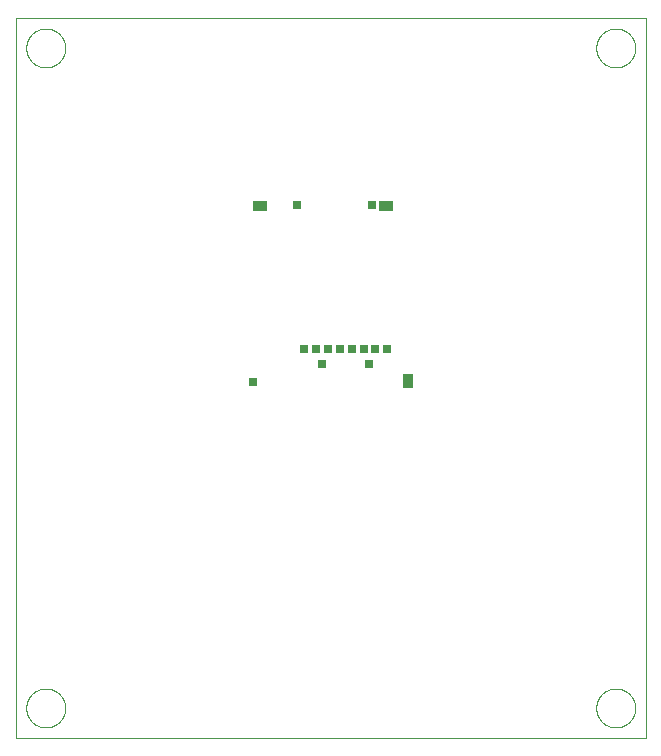
<source format=gbp>
G75*
%MOIN*%
%OFA0B0*%
%FSLAX25Y25*%
%IPPOS*%
%LPD*%
%AMOC8*
5,1,8,0,0,1.08239X$1,22.5*
%
%ADD10C,0.00000*%
%ADD11R,0.02756X0.02953*%
%ADD12R,0.02756X0.02559*%
%ADD13R,0.03366X0.04528*%
%ADD14R,0.04724X0.03346*%
%ADD15R,0.02559X0.02953*%
%ADD16R,0.05118X0.03346*%
D10*
X0002274Y0002274D02*
X0002274Y0242274D01*
X0212274Y0242274D01*
X0212274Y0002274D01*
X0002274Y0002274D01*
X0005778Y0012274D02*
X0005780Y0012435D01*
X0005786Y0012595D01*
X0005796Y0012756D01*
X0005810Y0012916D01*
X0005828Y0013075D01*
X0005849Y0013235D01*
X0005875Y0013393D01*
X0005905Y0013551D01*
X0005938Y0013708D01*
X0005976Y0013865D01*
X0006017Y0014020D01*
X0006062Y0014174D01*
X0006111Y0014327D01*
X0006164Y0014479D01*
X0006220Y0014629D01*
X0006280Y0014778D01*
X0006344Y0014926D01*
X0006411Y0015072D01*
X0006482Y0015216D01*
X0006557Y0015358D01*
X0006635Y0015499D01*
X0006716Y0015637D01*
X0006801Y0015774D01*
X0006890Y0015908D01*
X0006981Y0016040D01*
X0007076Y0016170D01*
X0007174Y0016297D01*
X0007275Y0016422D01*
X0007379Y0016545D01*
X0007486Y0016664D01*
X0007596Y0016781D01*
X0007709Y0016896D01*
X0007825Y0017007D01*
X0007943Y0017116D01*
X0008064Y0017221D01*
X0008188Y0017324D01*
X0008314Y0017424D01*
X0008443Y0017520D01*
X0008574Y0017613D01*
X0008707Y0017703D01*
X0008842Y0017790D01*
X0008980Y0017873D01*
X0009119Y0017952D01*
X0009261Y0018029D01*
X0009404Y0018102D01*
X0009549Y0018171D01*
X0009696Y0018236D01*
X0009844Y0018298D01*
X0009994Y0018357D01*
X0010145Y0018411D01*
X0010297Y0018462D01*
X0010451Y0018509D01*
X0010606Y0018552D01*
X0010761Y0018591D01*
X0010918Y0018627D01*
X0011076Y0018659D01*
X0011234Y0018686D01*
X0011393Y0018710D01*
X0011552Y0018730D01*
X0011712Y0018746D01*
X0011873Y0018758D01*
X0012033Y0018766D01*
X0012194Y0018770D01*
X0012354Y0018770D01*
X0012515Y0018766D01*
X0012675Y0018758D01*
X0012836Y0018746D01*
X0012996Y0018730D01*
X0013155Y0018710D01*
X0013314Y0018686D01*
X0013472Y0018659D01*
X0013630Y0018627D01*
X0013787Y0018591D01*
X0013942Y0018552D01*
X0014097Y0018509D01*
X0014251Y0018462D01*
X0014403Y0018411D01*
X0014554Y0018357D01*
X0014704Y0018298D01*
X0014852Y0018236D01*
X0014999Y0018171D01*
X0015144Y0018102D01*
X0015287Y0018029D01*
X0015429Y0017952D01*
X0015568Y0017873D01*
X0015706Y0017790D01*
X0015841Y0017703D01*
X0015974Y0017613D01*
X0016105Y0017520D01*
X0016234Y0017424D01*
X0016360Y0017324D01*
X0016484Y0017221D01*
X0016605Y0017116D01*
X0016723Y0017007D01*
X0016839Y0016896D01*
X0016952Y0016781D01*
X0017062Y0016664D01*
X0017169Y0016545D01*
X0017273Y0016422D01*
X0017374Y0016297D01*
X0017472Y0016170D01*
X0017567Y0016040D01*
X0017658Y0015908D01*
X0017747Y0015774D01*
X0017832Y0015637D01*
X0017913Y0015499D01*
X0017991Y0015358D01*
X0018066Y0015216D01*
X0018137Y0015072D01*
X0018204Y0014926D01*
X0018268Y0014778D01*
X0018328Y0014629D01*
X0018384Y0014479D01*
X0018437Y0014327D01*
X0018486Y0014174D01*
X0018531Y0014020D01*
X0018572Y0013865D01*
X0018610Y0013708D01*
X0018643Y0013551D01*
X0018673Y0013393D01*
X0018699Y0013235D01*
X0018720Y0013075D01*
X0018738Y0012916D01*
X0018752Y0012756D01*
X0018762Y0012595D01*
X0018768Y0012435D01*
X0018770Y0012274D01*
X0018768Y0012113D01*
X0018762Y0011953D01*
X0018752Y0011792D01*
X0018738Y0011632D01*
X0018720Y0011473D01*
X0018699Y0011313D01*
X0018673Y0011155D01*
X0018643Y0010997D01*
X0018610Y0010840D01*
X0018572Y0010683D01*
X0018531Y0010528D01*
X0018486Y0010374D01*
X0018437Y0010221D01*
X0018384Y0010069D01*
X0018328Y0009919D01*
X0018268Y0009770D01*
X0018204Y0009622D01*
X0018137Y0009476D01*
X0018066Y0009332D01*
X0017991Y0009190D01*
X0017913Y0009049D01*
X0017832Y0008911D01*
X0017747Y0008774D01*
X0017658Y0008640D01*
X0017567Y0008508D01*
X0017472Y0008378D01*
X0017374Y0008251D01*
X0017273Y0008126D01*
X0017169Y0008003D01*
X0017062Y0007884D01*
X0016952Y0007767D01*
X0016839Y0007652D01*
X0016723Y0007541D01*
X0016605Y0007432D01*
X0016484Y0007327D01*
X0016360Y0007224D01*
X0016234Y0007124D01*
X0016105Y0007028D01*
X0015974Y0006935D01*
X0015841Y0006845D01*
X0015706Y0006758D01*
X0015568Y0006675D01*
X0015429Y0006596D01*
X0015287Y0006519D01*
X0015144Y0006446D01*
X0014999Y0006377D01*
X0014852Y0006312D01*
X0014704Y0006250D01*
X0014554Y0006191D01*
X0014403Y0006137D01*
X0014251Y0006086D01*
X0014097Y0006039D01*
X0013942Y0005996D01*
X0013787Y0005957D01*
X0013630Y0005921D01*
X0013472Y0005889D01*
X0013314Y0005862D01*
X0013155Y0005838D01*
X0012996Y0005818D01*
X0012836Y0005802D01*
X0012675Y0005790D01*
X0012515Y0005782D01*
X0012354Y0005778D01*
X0012194Y0005778D01*
X0012033Y0005782D01*
X0011873Y0005790D01*
X0011712Y0005802D01*
X0011552Y0005818D01*
X0011393Y0005838D01*
X0011234Y0005862D01*
X0011076Y0005889D01*
X0010918Y0005921D01*
X0010761Y0005957D01*
X0010606Y0005996D01*
X0010451Y0006039D01*
X0010297Y0006086D01*
X0010145Y0006137D01*
X0009994Y0006191D01*
X0009844Y0006250D01*
X0009696Y0006312D01*
X0009549Y0006377D01*
X0009404Y0006446D01*
X0009261Y0006519D01*
X0009119Y0006596D01*
X0008980Y0006675D01*
X0008842Y0006758D01*
X0008707Y0006845D01*
X0008574Y0006935D01*
X0008443Y0007028D01*
X0008314Y0007124D01*
X0008188Y0007224D01*
X0008064Y0007327D01*
X0007943Y0007432D01*
X0007825Y0007541D01*
X0007709Y0007652D01*
X0007596Y0007767D01*
X0007486Y0007884D01*
X0007379Y0008003D01*
X0007275Y0008126D01*
X0007174Y0008251D01*
X0007076Y0008378D01*
X0006981Y0008508D01*
X0006890Y0008640D01*
X0006801Y0008774D01*
X0006716Y0008911D01*
X0006635Y0009049D01*
X0006557Y0009190D01*
X0006482Y0009332D01*
X0006411Y0009476D01*
X0006344Y0009622D01*
X0006280Y0009770D01*
X0006220Y0009919D01*
X0006164Y0010069D01*
X0006111Y0010221D01*
X0006062Y0010374D01*
X0006017Y0010528D01*
X0005976Y0010683D01*
X0005938Y0010840D01*
X0005905Y0010997D01*
X0005875Y0011155D01*
X0005849Y0011313D01*
X0005828Y0011473D01*
X0005810Y0011632D01*
X0005796Y0011792D01*
X0005786Y0011953D01*
X0005780Y0012113D01*
X0005778Y0012274D01*
X0005778Y0232274D02*
X0005780Y0232435D01*
X0005786Y0232595D01*
X0005796Y0232756D01*
X0005810Y0232916D01*
X0005828Y0233075D01*
X0005849Y0233235D01*
X0005875Y0233393D01*
X0005905Y0233551D01*
X0005938Y0233708D01*
X0005976Y0233865D01*
X0006017Y0234020D01*
X0006062Y0234174D01*
X0006111Y0234327D01*
X0006164Y0234479D01*
X0006220Y0234629D01*
X0006280Y0234778D01*
X0006344Y0234926D01*
X0006411Y0235072D01*
X0006482Y0235216D01*
X0006557Y0235358D01*
X0006635Y0235499D01*
X0006716Y0235637D01*
X0006801Y0235774D01*
X0006890Y0235908D01*
X0006981Y0236040D01*
X0007076Y0236170D01*
X0007174Y0236297D01*
X0007275Y0236422D01*
X0007379Y0236545D01*
X0007486Y0236664D01*
X0007596Y0236781D01*
X0007709Y0236896D01*
X0007825Y0237007D01*
X0007943Y0237116D01*
X0008064Y0237221D01*
X0008188Y0237324D01*
X0008314Y0237424D01*
X0008443Y0237520D01*
X0008574Y0237613D01*
X0008707Y0237703D01*
X0008842Y0237790D01*
X0008980Y0237873D01*
X0009119Y0237952D01*
X0009261Y0238029D01*
X0009404Y0238102D01*
X0009549Y0238171D01*
X0009696Y0238236D01*
X0009844Y0238298D01*
X0009994Y0238357D01*
X0010145Y0238411D01*
X0010297Y0238462D01*
X0010451Y0238509D01*
X0010606Y0238552D01*
X0010761Y0238591D01*
X0010918Y0238627D01*
X0011076Y0238659D01*
X0011234Y0238686D01*
X0011393Y0238710D01*
X0011552Y0238730D01*
X0011712Y0238746D01*
X0011873Y0238758D01*
X0012033Y0238766D01*
X0012194Y0238770D01*
X0012354Y0238770D01*
X0012515Y0238766D01*
X0012675Y0238758D01*
X0012836Y0238746D01*
X0012996Y0238730D01*
X0013155Y0238710D01*
X0013314Y0238686D01*
X0013472Y0238659D01*
X0013630Y0238627D01*
X0013787Y0238591D01*
X0013942Y0238552D01*
X0014097Y0238509D01*
X0014251Y0238462D01*
X0014403Y0238411D01*
X0014554Y0238357D01*
X0014704Y0238298D01*
X0014852Y0238236D01*
X0014999Y0238171D01*
X0015144Y0238102D01*
X0015287Y0238029D01*
X0015429Y0237952D01*
X0015568Y0237873D01*
X0015706Y0237790D01*
X0015841Y0237703D01*
X0015974Y0237613D01*
X0016105Y0237520D01*
X0016234Y0237424D01*
X0016360Y0237324D01*
X0016484Y0237221D01*
X0016605Y0237116D01*
X0016723Y0237007D01*
X0016839Y0236896D01*
X0016952Y0236781D01*
X0017062Y0236664D01*
X0017169Y0236545D01*
X0017273Y0236422D01*
X0017374Y0236297D01*
X0017472Y0236170D01*
X0017567Y0236040D01*
X0017658Y0235908D01*
X0017747Y0235774D01*
X0017832Y0235637D01*
X0017913Y0235499D01*
X0017991Y0235358D01*
X0018066Y0235216D01*
X0018137Y0235072D01*
X0018204Y0234926D01*
X0018268Y0234778D01*
X0018328Y0234629D01*
X0018384Y0234479D01*
X0018437Y0234327D01*
X0018486Y0234174D01*
X0018531Y0234020D01*
X0018572Y0233865D01*
X0018610Y0233708D01*
X0018643Y0233551D01*
X0018673Y0233393D01*
X0018699Y0233235D01*
X0018720Y0233075D01*
X0018738Y0232916D01*
X0018752Y0232756D01*
X0018762Y0232595D01*
X0018768Y0232435D01*
X0018770Y0232274D01*
X0018768Y0232113D01*
X0018762Y0231953D01*
X0018752Y0231792D01*
X0018738Y0231632D01*
X0018720Y0231473D01*
X0018699Y0231313D01*
X0018673Y0231155D01*
X0018643Y0230997D01*
X0018610Y0230840D01*
X0018572Y0230683D01*
X0018531Y0230528D01*
X0018486Y0230374D01*
X0018437Y0230221D01*
X0018384Y0230069D01*
X0018328Y0229919D01*
X0018268Y0229770D01*
X0018204Y0229622D01*
X0018137Y0229476D01*
X0018066Y0229332D01*
X0017991Y0229190D01*
X0017913Y0229049D01*
X0017832Y0228911D01*
X0017747Y0228774D01*
X0017658Y0228640D01*
X0017567Y0228508D01*
X0017472Y0228378D01*
X0017374Y0228251D01*
X0017273Y0228126D01*
X0017169Y0228003D01*
X0017062Y0227884D01*
X0016952Y0227767D01*
X0016839Y0227652D01*
X0016723Y0227541D01*
X0016605Y0227432D01*
X0016484Y0227327D01*
X0016360Y0227224D01*
X0016234Y0227124D01*
X0016105Y0227028D01*
X0015974Y0226935D01*
X0015841Y0226845D01*
X0015706Y0226758D01*
X0015568Y0226675D01*
X0015429Y0226596D01*
X0015287Y0226519D01*
X0015144Y0226446D01*
X0014999Y0226377D01*
X0014852Y0226312D01*
X0014704Y0226250D01*
X0014554Y0226191D01*
X0014403Y0226137D01*
X0014251Y0226086D01*
X0014097Y0226039D01*
X0013942Y0225996D01*
X0013787Y0225957D01*
X0013630Y0225921D01*
X0013472Y0225889D01*
X0013314Y0225862D01*
X0013155Y0225838D01*
X0012996Y0225818D01*
X0012836Y0225802D01*
X0012675Y0225790D01*
X0012515Y0225782D01*
X0012354Y0225778D01*
X0012194Y0225778D01*
X0012033Y0225782D01*
X0011873Y0225790D01*
X0011712Y0225802D01*
X0011552Y0225818D01*
X0011393Y0225838D01*
X0011234Y0225862D01*
X0011076Y0225889D01*
X0010918Y0225921D01*
X0010761Y0225957D01*
X0010606Y0225996D01*
X0010451Y0226039D01*
X0010297Y0226086D01*
X0010145Y0226137D01*
X0009994Y0226191D01*
X0009844Y0226250D01*
X0009696Y0226312D01*
X0009549Y0226377D01*
X0009404Y0226446D01*
X0009261Y0226519D01*
X0009119Y0226596D01*
X0008980Y0226675D01*
X0008842Y0226758D01*
X0008707Y0226845D01*
X0008574Y0226935D01*
X0008443Y0227028D01*
X0008314Y0227124D01*
X0008188Y0227224D01*
X0008064Y0227327D01*
X0007943Y0227432D01*
X0007825Y0227541D01*
X0007709Y0227652D01*
X0007596Y0227767D01*
X0007486Y0227884D01*
X0007379Y0228003D01*
X0007275Y0228126D01*
X0007174Y0228251D01*
X0007076Y0228378D01*
X0006981Y0228508D01*
X0006890Y0228640D01*
X0006801Y0228774D01*
X0006716Y0228911D01*
X0006635Y0229049D01*
X0006557Y0229190D01*
X0006482Y0229332D01*
X0006411Y0229476D01*
X0006344Y0229622D01*
X0006280Y0229770D01*
X0006220Y0229919D01*
X0006164Y0230069D01*
X0006111Y0230221D01*
X0006062Y0230374D01*
X0006017Y0230528D01*
X0005976Y0230683D01*
X0005938Y0230840D01*
X0005905Y0230997D01*
X0005875Y0231155D01*
X0005849Y0231313D01*
X0005828Y0231473D01*
X0005810Y0231632D01*
X0005796Y0231792D01*
X0005786Y0231953D01*
X0005780Y0232113D01*
X0005778Y0232274D01*
X0195778Y0232274D02*
X0195780Y0232435D01*
X0195786Y0232595D01*
X0195796Y0232756D01*
X0195810Y0232916D01*
X0195828Y0233075D01*
X0195849Y0233235D01*
X0195875Y0233393D01*
X0195905Y0233551D01*
X0195938Y0233708D01*
X0195976Y0233865D01*
X0196017Y0234020D01*
X0196062Y0234174D01*
X0196111Y0234327D01*
X0196164Y0234479D01*
X0196220Y0234629D01*
X0196280Y0234778D01*
X0196344Y0234926D01*
X0196411Y0235072D01*
X0196482Y0235216D01*
X0196557Y0235358D01*
X0196635Y0235499D01*
X0196716Y0235637D01*
X0196801Y0235774D01*
X0196890Y0235908D01*
X0196981Y0236040D01*
X0197076Y0236170D01*
X0197174Y0236297D01*
X0197275Y0236422D01*
X0197379Y0236545D01*
X0197486Y0236664D01*
X0197596Y0236781D01*
X0197709Y0236896D01*
X0197825Y0237007D01*
X0197943Y0237116D01*
X0198064Y0237221D01*
X0198188Y0237324D01*
X0198314Y0237424D01*
X0198443Y0237520D01*
X0198574Y0237613D01*
X0198707Y0237703D01*
X0198842Y0237790D01*
X0198980Y0237873D01*
X0199119Y0237952D01*
X0199261Y0238029D01*
X0199404Y0238102D01*
X0199549Y0238171D01*
X0199696Y0238236D01*
X0199844Y0238298D01*
X0199994Y0238357D01*
X0200145Y0238411D01*
X0200297Y0238462D01*
X0200451Y0238509D01*
X0200606Y0238552D01*
X0200761Y0238591D01*
X0200918Y0238627D01*
X0201076Y0238659D01*
X0201234Y0238686D01*
X0201393Y0238710D01*
X0201552Y0238730D01*
X0201712Y0238746D01*
X0201873Y0238758D01*
X0202033Y0238766D01*
X0202194Y0238770D01*
X0202354Y0238770D01*
X0202515Y0238766D01*
X0202675Y0238758D01*
X0202836Y0238746D01*
X0202996Y0238730D01*
X0203155Y0238710D01*
X0203314Y0238686D01*
X0203472Y0238659D01*
X0203630Y0238627D01*
X0203787Y0238591D01*
X0203942Y0238552D01*
X0204097Y0238509D01*
X0204251Y0238462D01*
X0204403Y0238411D01*
X0204554Y0238357D01*
X0204704Y0238298D01*
X0204852Y0238236D01*
X0204999Y0238171D01*
X0205144Y0238102D01*
X0205287Y0238029D01*
X0205429Y0237952D01*
X0205568Y0237873D01*
X0205706Y0237790D01*
X0205841Y0237703D01*
X0205974Y0237613D01*
X0206105Y0237520D01*
X0206234Y0237424D01*
X0206360Y0237324D01*
X0206484Y0237221D01*
X0206605Y0237116D01*
X0206723Y0237007D01*
X0206839Y0236896D01*
X0206952Y0236781D01*
X0207062Y0236664D01*
X0207169Y0236545D01*
X0207273Y0236422D01*
X0207374Y0236297D01*
X0207472Y0236170D01*
X0207567Y0236040D01*
X0207658Y0235908D01*
X0207747Y0235774D01*
X0207832Y0235637D01*
X0207913Y0235499D01*
X0207991Y0235358D01*
X0208066Y0235216D01*
X0208137Y0235072D01*
X0208204Y0234926D01*
X0208268Y0234778D01*
X0208328Y0234629D01*
X0208384Y0234479D01*
X0208437Y0234327D01*
X0208486Y0234174D01*
X0208531Y0234020D01*
X0208572Y0233865D01*
X0208610Y0233708D01*
X0208643Y0233551D01*
X0208673Y0233393D01*
X0208699Y0233235D01*
X0208720Y0233075D01*
X0208738Y0232916D01*
X0208752Y0232756D01*
X0208762Y0232595D01*
X0208768Y0232435D01*
X0208770Y0232274D01*
X0208768Y0232113D01*
X0208762Y0231953D01*
X0208752Y0231792D01*
X0208738Y0231632D01*
X0208720Y0231473D01*
X0208699Y0231313D01*
X0208673Y0231155D01*
X0208643Y0230997D01*
X0208610Y0230840D01*
X0208572Y0230683D01*
X0208531Y0230528D01*
X0208486Y0230374D01*
X0208437Y0230221D01*
X0208384Y0230069D01*
X0208328Y0229919D01*
X0208268Y0229770D01*
X0208204Y0229622D01*
X0208137Y0229476D01*
X0208066Y0229332D01*
X0207991Y0229190D01*
X0207913Y0229049D01*
X0207832Y0228911D01*
X0207747Y0228774D01*
X0207658Y0228640D01*
X0207567Y0228508D01*
X0207472Y0228378D01*
X0207374Y0228251D01*
X0207273Y0228126D01*
X0207169Y0228003D01*
X0207062Y0227884D01*
X0206952Y0227767D01*
X0206839Y0227652D01*
X0206723Y0227541D01*
X0206605Y0227432D01*
X0206484Y0227327D01*
X0206360Y0227224D01*
X0206234Y0227124D01*
X0206105Y0227028D01*
X0205974Y0226935D01*
X0205841Y0226845D01*
X0205706Y0226758D01*
X0205568Y0226675D01*
X0205429Y0226596D01*
X0205287Y0226519D01*
X0205144Y0226446D01*
X0204999Y0226377D01*
X0204852Y0226312D01*
X0204704Y0226250D01*
X0204554Y0226191D01*
X0204403Y0226137D01*
X0204251Y0226086D01*
X0204097Y0226039D01*
X0203942Y0225996D01*
X0203787Y0225957D01*
X0203630Y0225921D01*
X0203472Y0225889D01*
X0203314Y0225862D01*
X0203155Y0225838D01*
X0202996Y0225818D01*
X0202836Y0225802D01*
X0202675Y0225790D01*
X0202515Y0225782D01*
X0202354Y0225778D01*
X0202194Y0225778D01*
X0202033Y0225782D01*
X0201873Y0225790D01*
X0201712Y0225802D01*
X0201552Y0225818D01*
X0201393Y0225838D01*
X0201234Y0225862D01*
X0201076Y0225889D01*
X0200918Y0225921D01*
X0200761Y0225957D01*
X0200606Y0225996D01*
X0200451Y0226039D01*
X0200297Y0226086D01*
X0200145Y0226137D01*
X0199994Y0226191D01*
X0199844Y0226250D01*
X0199696Y0226312D01*
X0199549Y0226377D01*
X0199404Y0226446D01*
X0199261Y0226519D01*
X0199119Y0226596D01*
X0198980Y0226675D01*
X0198842Y0226758D01*
X0198707Y0226845D01*
X0198574Y0226935D01*
X0198443Y0227028D01*
X0198314Y0227124D01*
X0198188Y0227224D01*
X0198064Y0227327D01*
X0197943Y0227432D01*
X0197825Y0227541D01*
X0197709Y0227652D01*
X0197596Y0227767D01*
X0197486Y0227884D01*
X0197379Y0228003D01*
X0197275Y0228126D01*
X0197174Y0228251D01*
X0197076Y0228378D01*
X0196981Y0228508D01*
X0196890Y0228640D01*
X0196801Y0228774D01*
X0196716Y0228911D01*
X0196635Y0229049D01*
X0196557Y0229190D01*
X0196482Y0229332D01*
X0196411Y0229476D01*
X0196344Y0229622D01*
X0196280Y0229770D01*
X0196220Y0229919D01*
X0196164Y0230069D01*
X0196111Y0230221D01*
X0196062Y0230374D01*
X0196017Y0230528D01*
X0195976Y0230683D01*
X0195938Y0230840D01*
X0195905Y0230997D01*
X0195875Y0231155D01*
X0195849Y0231313D01*
X0195828Y0231473D01*
X0195810Y0231632D01*
X0195796Y0231792D01*
X0195786Y0231953D01*
X0195780Y0232113D01*
X0195778Y0232274D01*
X0195778Y0012274D02*
X0195780Y0012435D01*
X0195786Y0012595D01*
X0195796Y0012756D01*
X0195810Y0012916D01*
X0195828Y0013075D01*
X0195849Y0013235D01*
X0195875Y0013393D01*
X0195905Y0013551D01*
X0195938Y0013708D01*
X0195976Y0013865D01*
X0196017Y0014020D01*
X0196062Y0014174D01*
X0196111Y0014327D01*
X0196164Y0014479D01*
X0196220Y0014629D01*
X0196280Y0014778D01*
X0196344Y0014926D01*
X0196411Y0015072D01*
X0196482Y0015216D01*
X0196557Y0015358D01*
X0196635Y0015499D01*
X0196716Y0015637D01*
X0196801Y0015774D01*
X0196890Y0015908D01*
X0196981Y0016040D01*
X0197076Y0016170D01*
X0197174Y0016297D01*
X0197275Y0016422D01*
X0197379Y0016545D01*
X0197486Y0016664D01*
X0197596Y0016781D01*
X0197709Y0016896D01*
X0197825Y0017007D01*
X0197943Y0017116D01*
X0198064Y0017221D01*
X0198188Y0017324D01*
X0198314Y0017424D01*
X0198443Y0017520D01*
X0198574Y0017613D01*
X0198707Y0017703D01*
X0198842Y0017790D01*
X0198980Y0017873D01*
X0199119Y0017952D01*
X0199261Y0018029D01*
X0199404Y0018102D01*
X0199549Y0018171D01*
X0199696Y0018236D01*
X0199844Y0018298D01*
X0199994Y0018357D01*
X0200145Y0018411D01*
X0200297Y0018462D01*
X0200451Y0018509D01*
X0200606Y0018552D01*
X0200761Y0018591D01*
X0200918Y0018627D01*
X0201076Y0018659D01*
X0201234Y0018686D01*
X0201393Y0018710D01*
X0201552Y0018730D01*
X0201712Y0018746D01*
X0201873Y0018758D01*
X0202033Y0018766D01*
X0202194Y0018770D01*
X0202354Y0018770D01*
X0202515Y0018766D01*
X0202675Y0018758D01*
X0202836Y0018746D01*
X0202996Y0018730D01*
X0203155Y0018710D01*
X0203314Y0018686D01*
X0203472Y0018659D01*
X0203630Y0018627D01*
X0203787Y0018591D01*
X0203942Y0018552D01*
X0204097Y0018509D01*
X0204251Y0018462D01*
X0204403Y0018411D01*
X0204554Y0018357D01*
X0204704Y0018298D01*
X0204852Y0018236D01*
X0204999Y0018171D01*
X0205144Y0018102D01*
X0205287Y0018029D01*
X0205429Y0017952D01*
X0205568Y0017873D01*
X0205706Y0017790D01*
X0205841Y0017703D01*
X0205974Y0017613D01*
X0206105Y0017520D01*
X0206234Y0017424D01*
X0206360Y0017324D01*
X0206484Y0017221D01*
X0206605Y0017116D01*
X0206723Y0017007D01*
X0206839Y0016896D01*
X0206952Y0016781D01*
X0207062Y0016664D01*
X0207169Y0016545D01*
X0207273Y0016422D01*
X0207374Y0016297D01*
X0207472Y0016170D01*
X0207567Y0016040D01*
X0207658Y0015908D01*
X0207747Y0015774D01*
X0207832Y0015637D01*
X0207913Y0015499D01*
X0207991Y0015358D01*
X0208066Y0015216D01*
X0208137Y0015072D01*
X0208204Y0014926D01*
X0208268Y0014778D01*
X0208328Y0014629D01*
X0208384Y0014479D01*
X0208437Y0014327D01*
X0208486Y0014174D01*
X0208531Y0014020D01*
X0208572Y0013865D01*
X0208610Y0013708D01*
X0208643Y0013551D01*
X0208673Y0013393D01*
X0208699Y0013235D01*
X0208720Y0013075D01*
X0208738Y0012916D01*
X0208752Y0012756D01*
X0208762Y0012595D01*
X0208768Y0012435D01*
X0208770Y0012274D01*
X0208768Y0012113D01*
X0208762Y0011953D01*
X0208752Y0011792D01*
X0208738Y0011632D01*
X0208720Y0011473D01*
X0208699Y0011313D01*
X0208673Y0011155D01*
X0208643Y0010997D01*
X0208610Y0010840D01*
X0208572Y0010683D01*
X0208531Y0010528D01*
X0208486Y0010374D01*
X0208437Y0010221D01*
X0208384Y0010069D01*
X0208328Y0009919D01*
X0208268Y0009770D01*
X0208204Y0009622D01*
X0208137Y0009476D01*
X0208066Y0009332D01*
X0207991Y0009190D01*
X0207913Y0009049D01*
X0207832Y0008911D01*
X0207747Y0008774D01*
X0207658Y0008640D01*
X0207567Y0008508D01*
X0207472Y0008378D01*
X0207374Y0008251D01*
X0207273Y0008126D01*
X0207169Y0008003D01*
X0207062Y0007884D01*
X0206952Y0007767D01*
X0206839Y0007652D01*
X0206723Y0007541D01*
X0206605Y0007432D01*
X0206484Y0007327D01*
X0206360Y0007224D01*
X0206234Y0007124D01*
X0206105Y0007028D01*
X0205974Y0006935D01*
X0205841Y0006845D01*
X0205706Y0006758D01*
X0205568Y0006675D01*
X0205429Y0006596D01*
X0205287Y0006519D01*
X0205144Y0006446D01*
X0204999Y0006377D01*
X0204852Y0006312D01*
X0204704Y0006250D01*
X0204554Y0006191D01*
X0204403Y0006137D01*
X0204251Y0006086D01*
X0204097Y0006039D01*
X0203942Y0005996D01*
X0203787Y0005957D01*
X0203630Y0005921D01*
X0203472Y0005889D01*
X0203314Y0005862D01*
X0203155Y0005838D01*
X0202996Y0005818D01*
X0202836Y0005802D01*
X0202675Y0005790D01*
X0202515Y0005782D01*
X0202354Y0005778D01*
X0202194Y0005778D01*
X0202033Y0005782D01*
X0201873Y0005790D01*
X0201712Y0005802D01*
X0201552Y0005818D01*
X0201393Y0005838D01*
X0201234Y0005862D01*
X0201076Y0005889D01*
X0200918Y0005921D01*
X0200761Y0005957D01*
X0200606Y0005996D01*
X0200451Y0006039D01*
X0200297Y0006086D01*
X0200145Y0006137D01*
X0199994Y0006191D01*
X0199844Y0006250D01*
X0199696Y0006312D01*
X0199549Y0006377D01*
X0199404Y0006446D01*
X0199261Y0006519D01*
X0199119Y0006596D01*
X0198980Y0006675D01*
X0198842Y0006758D01*
X0198707Y0006845D01*
X0198574Y0006935D01*
X0198443Y0007028D01*
X0198314Y0007124D01*
X0198188Y0007224D01*
X0198064Y0007327D01*
X0197943Y0007432D01*
X0197825Y0007541D01*
X0197709Y0007652D01*
X0197596Y0007767D01*
X0197486Y0007884D01*
X0197379Y0008003D01*
X0197275Y0008126D01*
X0197174Y0008251D01*
X0197076Y0008378D01*
X0196981Y0008508D01*
X0196890Y0008640D01*
X0196801Y0008774D01*
X0196716Y0008911D01*
X0196635Y0009049D01*
X0196557Y0009190D01*
X0196482Y0009332D01*
X0196411Y0009476D01*
X0196344Y0009622D01*
X0196280Y0009770D01*
X0196220Y0009919D01*
X0196164Y0010069D01*
X0196111Y0010221D01*
X0196062Y0010374D01*
X0196017Y0010528D01*
X0195976Y0010683D01*
X0195938Y0010840D01*
X0195905Y0010997D01*
X0195875Y0011155D01*
X0195849Y0011313D01*
X0195828Y0011473D01*
X0195810Y0011632D01*
X0195796Y0011792D01*
X0195786Y0011953D01*
X0195780Y0012113D01*
X0195778Y0012274D01*
D11*
X0126073Y0131781D03*
X0122136Y0131781D03*
X0118199Y0131781D03*
X0114262Y0131781D03*
X0110325Y0131781D03*
X0106388Y0131781D03*
X0102451Y0131781D03*
X0098514Y0131781D03*
D12*
X0104419Y0127057D03*
X0120167Y0127057D03*
X0081388Y0120955D03*
D13*
X0132923Y0121152D03*
D14*
X0125827Y0179616D03*
D15*
X0120955Y0179813D03*
X0095955Y0179813D03*
D16*
X0083602Y0179616D03*
M02*

</source>
